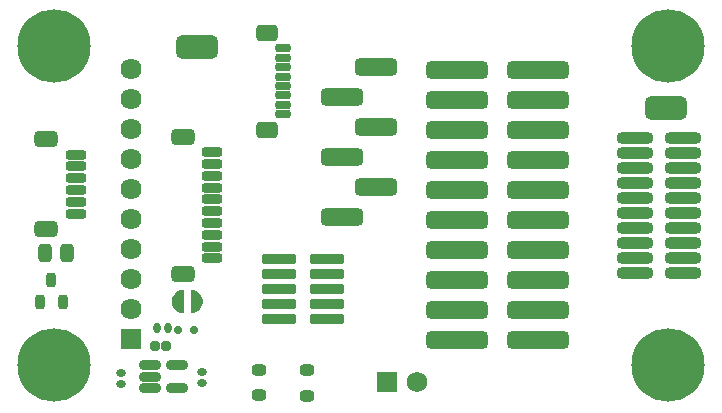
<source format=gts>
G04*
G04 #@! TF.GenerationSoftware,Altium Limited,Altium Designer,20.1.8 (145)*
G04*
G04 Layer_Color=8388736*
%FSLAX44Y44*%
%MOMM*%
G71*
G04*
G04 #@! TF.SameCoordinates,C9CF11F6-8CB7-4B33-927B-0983859D9422*
G04*
G04*
G04 #@! TF.FilePolarity,Negative*
G04*
G01*
G75*
%ADD23R,0.1000X0.1000*%
G04:AMPARAMS|DCode=37|XSize=0.9532mm|YSize=1.2032mm|CornerRadius=0.2816mm|HoleSize=0mm|Usage=FLASHONLY|Rotation=90.000|XOffset=0mm|YOffset=0mm|HoleType=Round|Shape=RoundedRectangle|*
%AMROUNDEDRECTD37*
21,1,0.9532,0.6400,0,0,90.0*
21,1,0.3900,1.2032,0,0,90.0*
1,1,0.5632,0.3200,0.1950*
1,1,0.5632,0.3200,-0.1950*
1,1,0.5632,-0.3200,-0.1950*
1,1,0.5632,-0.3200,0.1950*
%
%ADD37ROUNDEDRECTD37*%
G04:AMPARAMS|DCode=38|XSize=1.8132mm|YSize=0.7932mm|CornerRadius=0.2521mm|HoleSize=0mm|Usage=FLASHONLY|Rotation=0.000|XOffset=0mm|YOffset=0mm|HoleType=Round|Shape=RoundedRectangle|*
%AMROUNDEDRECTD38*
21,1,1.8132,0.2891,0,0,0.0*
21,1,1.3091,0.7932,0,0,0.0*
1,1,0.5041,0.6546,-0.1446*
1,1,0.5041,-0.6546,-0.1446*
1,1,0.5041,-0.6546,0.1446*
1,1,0.5041,0.6546,0.1446*
%
%ADD38ROUNDEDRECTD38*%
G04:AMPARAMS|DCode=39|XSize=1.2132mm|YSize=0.8132mm|CornerRadius=0.2511mm|HoleSize=0mm|Usage=FLASHONLY|Rotation=90.000|XOffset=0mm|YOffset=0mm|HoleType=Round|Shape=RoundedRectangle|*
%AMROUNDEDRECTD39*
21,1,1.2132,0.3111,0,0,90.0*
21,1,0.7111,0.8132,0,0,90.0*
1,1,0.5021,0.1556,0.3556*
1,1,0.5021,0.1556,-0.3556*
1,1,0.5021,-0.1556,-0.3556*
1,1,0.5021,-0.1556,0.3556*
%
%ADD39ROUNDEDRECTD39*%
G04:AMPARAMS|DCode=40|XSize=0.6832mm|YSize=0.6032mm|CornerRadius=0.2016mm|HoleSize=0mm|Usage=FLASHONLY|Rotation=0.000|XOffset=0mm|YOffset=0mm|HoleType=Round|Shape=RoundedRectangle|*
%AMROUNDEDRECTD40*
21,1,0.6832,0.2000,0,0,0.0*
21,1,0.2800,0.6032,0,0,0.0*
1,1,0.4032,0.1400,-0.1000*
1,1,0.4032,-0.1400,-0.1000*
1,1,0.4032,-0.1400,0.1000*
1,1,0.4032,0.1400,0.1000*
%
%ADD40ROUNDEDRECTD40*%
G04:AMPARAMS|DCode=41|XSize=1.4732mm|YSize=3.6322mm|CornerRadius=0.4191mm|HoleSize=0mm|Usage=FLASHONLY|Rotation=90.000|XOffset=0mm|YOffset=0mm|HoleType=Round|Shape=RoundedRectangle|*
%AMROUNDEDRECTD41*
21,1,1.4732,2.7940,0,0,90.0*
21,1,0.6350,3.6322,0,0,90.0*
1,1,0.8382,1.3970,0.3175*
1,1,0.8382,1.3970,-0.3175*
1,1,0.8382,-1.3970,-0.3175*
1,1,0.8382,-1.3970,0.3175*
%
%ADD41ROUNDEDRECTD41*%
G04:AMPARAMS|DCode=42|XSize=1.4732mm|YSize=5.2832mm|CornerRadius=0.4191mm|HoleSize=0mm|Usage=FLASHONLY|Rotation=90.000|XOffset=0mm|YOffset=0mm|HoleType=Round|Shape=RoundedRectangle|*
%AMROUNDEDRECTD42*
21,1,1.4732,4.4450,0,0,90.0*
21,1,0.6350,5.2832,0,0,90.0*
1,1,0.8382,2.2225,0.3175*
1,1,0.8382,2.2225,-0.3175*
1,1,0.8382,-2.2225,-0.3175*
1,1,0.8382,-2.2225,0.3175*
%
%ADD42ROUNDEDRECTD42*%
G04:AMPARAMS|DCode=43|XSize=0.9402mm|YSize=2.9972mm|CornerRadius=0.2858mm|HoleSize=0mm|Usage=FLASHONLY|Rotation=90.000|XOffset=0mm|YOffset=0mm|HoleType=Round|Shape=RoundedRectangle|*
%AMROUNDEDRECTD43*
21,1,0.9402,2.4255,0,0,90.0*
21,1,0.3685,2.9972,0,0,90.0*
1,1,0.5717,1.2128,0.1843*
1,1,0.5717,1.2128,-0.1843*
1,1,0.5717,-1.2128,-0.1843*
1,1,0.5717,-1.2128,0.1843*
%
%ADD43ROUNDEDRECTD43*%
G04:AMPARAMS|DCode=44|XSize=1.1932mm|YSize=1.5832mm|CornerRadius=0.3541mm|HoleSize=0mm|Usage=FLASHONLY|Rotation=0.000|XOffset=0mm|YOffset=0mm|HoleType=Round|Shape=RoundedRectangle|*
%AMROUNDEDRECTD44*
21,1,1.1932,0.8751,0,0,0.0*
21,1,0.4851,1.5832,0,0,0.0*
1,1,0.7081,0.2426,-0.4376*
1,1,0.7081,-0.2426,-0.4376*
1,1,0.7081,-0.2426,0.4376*
1,1,0.7081,0.2426,0.4376*
%
%ADD44ROUNDEDRECTD44*%
G04:AMPARAMS|DCode=45|XSize=0.6032mm|YSize=0.7832mm|CornerRadius=0.2016mm|HoleSize=0mm|Usage=FLASHONLY|Rotation=90.000|XOffset=0mm|YOffset=0mm|HoleType=Round|Shape=RoundedRectangle|*
%AMROUNDEDRECTD45*
21,1,0.6032,0.3800,0,0,90.0*
21,1,0.2000,0.7832,0,0,90.0*
1,1,0.4032,0.1900,0.1000*
1,1,0.4032,0.1900,-0.1000*
1,1,0.4032,-0.1900,-0.1000*
1,1,0.4032,-0.1900,0.1000*
%
%ADD45ROUNDEDRECTD45*%
G04:AMPARAMS|DCode=46|XSize=3.6032mm|YSize=2.0032mm|CornerRadius=0.5516mm|HoleSize=0mm|Usage=FLASHONLY|Rotation=180.000|XOffset=0mm|YOffset=0mm|HoleType=Round|Shape=RoundedRectangle|*
%AMROUNDEDRECTD46*
21,1,3.6032,0.9000,0,0,180.0*
21,1,2.5000,2.0032,0,0,180.0*
1,1,1.1032,-1.2500,0.4500*
1,1,1.1032,1.2500,0.4500*
1,1,1.1032,1.2500,-0.4500*
1,1,1.1032,-1.2500,-0.4500*
%
%ADD46ROUNDEDRECTD46*%
G04:AMPARAMS|DCode=47|XSize=0.8032mm|YSize=1.7532mm|CornerRadius=0.2516mm|HoleSize=0mm|Usage=FLASHONLY|Rotation=270.000|XOffset=0mm|YOffset=0mm|HoleType=Round|Shape=RoundedRectangle|*
%AMROUNDEDRECTD47*
21,1,0.8032,1.2500,0,0,270.0*
21,1,0.3000,1.7532,0,0,270.0*
1,1,0.5032,-0.6250,-0.1500*
1,1,0.5032,-0.6250,0.1500*
1,1,0.5032,0.6250,0.1500*
1,1,0.5032,0.6250,-0.1500*
%
%ADD47ROUNDEDRECTD47*%
G04:AMPARAMS|DCode=48|XSize=1.4032mm|YSize=2.0032mm|CornerRadius=0.4016mm|HoleSize=0mm|Usage=FLASHONLY|Rotation=270.000|XOffset=0mm|YOffset=0mm|HoleType=Round|Shape=RoundedRectangle|*
%AMROUNDEDRECTD48*
21,1,1.4032,1.2000,0,0,270.0*
21,1,0.6000,2.0032,0,0,270.0*
1,1,0.8032,-0.6000,-0.3000*
1,1,0.8032,-0.6000,0.3000*
1,1,0.8032,0.6000,0.3000*
1,1,0.8032,0.6000,-0.3000*
%
%ADD48ROUNDEDRECTD48*%
G04:AMPARAMS|DCode=49|XSize=1.4032mm|YSize=1.9032mm|CornerRadius=0.4016mm|HoleSize=0mm|Usage=FLASHONLY|Rotation=90.000|XOffset=0mm|YOffset=0mm|HoleType=Round|Shape=RoundedRectangle|*
%AMROUNDEDRECTD49*
21,1,1.4032,1.1000,0,0,90.0*
21,1,0.6000,1.9032,0,0,90.0*
1,1,0.8032,0.5500,0.3000*
1,1,0.8032,0.5500,-0.3000*
1,1,0.8032,-0.5500,-0.3000*
1,1,0.8032,-0.5500,0.3000*
%
%ADD49ROUNDEDRECTD49*%
G04:AMPARAMS|DCode=50|XSize=0.7032mm|YSize=1.3032mm|CornerRadius=0.2266mm|HoleSize=0mm|Usage=FLASHONLY|Rotation=90.000|XOffset=0mm|YOffset=0mm|HoleType=Round|Shape=RoundedRectangle|*
%AMROUNDEDRECTD50*
21,1,0.7032,0.8500,0,0,90.0*
21,1,0.2500,1.3032,0,0,90.0*
1,1,0.4532,0.4250,0.1250*
1,1,0.4532,0.4250,-0.1250*
1,1,0.4532,-0.4250,-0.1250*
1,1,0.4532,-0.4250,0.1250*
%
%ADD50ROUNDEDRECTD50*%
G04:AMPARAMS|DCode=51|XSize=2.8956mm|YSize=0.8382mm|CornerRadius=0.235mm|HoleSize=0mm|Usage=FLASHONLY|Rotation=180.000|XOffset=0mm|YOffset=0mm|HoleType=Round|Shape=RoundedRectangle|*
%AMROUNDEDRECTD51*
21,1,2.8956,0.3683,0,0,180.0*
21,1,2.4257,0.8382,0,0,180.0*
1,1,0.4699,-1.2129,0.1842*
1,1,0.4699,1.2129,0.1842*
1,1,0.4699,1.2129,-0.1842*
1,1,0.4699,-1.2129,-0.1842*
%
%ADD51ROUNDEDRECTD51*%
G04:AMPARAMS|DCode=52|XSize=0.8332mm|YSize=0.8132mm|CornerRadius=0.2511mm|HoleSize=0mm|Usage=FLASHONLY|Rotation=180.000|XOffset=0mm|YOffset=0mm|HoleType=Round|Shape=RoundedRectangle|*
%AMROUNDEDRECTD52*
21,1,0.8332,0.3111,0,0,180.0*
21,1,0.3311,0.8132,0,0,180.0*
1,1,0.5021,-0.1656,0.1556*
1,1,0.5021,0.1656,0.1556*
1,1,0.5021,0.1656,-0.1556*
1,1,0.5021,-0.1656,-0.1556*
%
%ADD52ROUNDEDRECTD52*%
G04:AMPARAMS|DCode=53|XSize=0.6032mm|YSize=0.7832mm|CornerRadius=0.2016mm|HoleSize=0mm|Usage=FLASHONLY|Rotation=180.000|XOffset=0mm|YOffset=0mm|HoleType=Round|Shape=RoundedRectangle|*
%AMROUNDEDRECTD53*
21,1,0.6032,0.3800,0,0,180.0*
21,1,0.2000,0.7832,0,0,180.0*
1,1,0.4032,-0.1000,0.1900*
1,1,0.4032,0.1000,0.1900*
1,1,0.4032,0.1000,-0.1900*
1,1,0.4032,-0.1000,-0.1900*
%
%ADD53ROUNDEDRECTD53*%
%ADD54C,1.7532*%
%ADD55R,1.7532X1.7532*%
%ADD56C,6.2032*%
%ADD57R,1.7932X1.7932*%
%ADD58C,1.7932*%
G36*
X149977Y83548D02*
X148992D01*
X147060Y83933D01*
X145240Y84686D01*
X143602Y85781D01*
X142209Y87174D01*
X141115Y88811D01*
X140361Y90631D01*
X139977Y92563D01*
Y93548D01*
Y94533D01*
X140361Y96465D01*
X141115Y98285D01*
X142209Y99923D01*
X143602Y101316D01*
X145240Y102410D01*
X147060Y103164D01*
X148992Y103548D01*
X149977D01*
Y83548D01*
D02*
G37*
G36*
X158894Y103164D02*
X160714Y102410D01*
X162352Y101316D01*
X163745Y99923D01*
X164839Y98285D01*
X165593Y96465D01*
X165977Y94533D01*
Y93548D01*
Y92563D01*
X165593Y90631D01*
X164839Y88811D01*
X163745Y87174D01*
X162352Y85781D01*
X160714Y84686D01*
X158894Y83933D01*
X156962Y83548D01*
X155977D01*
Y103548D01*
X156962D01*
X158894Y103164D01*
D02*
G37*
D23*
X162977Y93548D02*
D03*
X142977D02*
D03*
D37*
X254357Y35317D02*
D03*
X213857D02*
D03*
Y14067D02*
D03*
X254357Y13817D02*
D03*
D38*
X144337Y39500D02*
D03*
Y20500D02*
D03*
X121437D02*
D03*
Y30000D02*
D03*
Y39500D02*
D03*
D39*
X37993Y112128D02*
D03*
X47493Y93028D02*
D03*
X28493D02*
D03*
D40*
X158502Y69608D02*
D03*
X145302D02*
D03*
D41*
X313055Y292100D02*
D03*
X283845Y266700D02*
D03*
X313055Y241300D02*
D03*
X283845Y215900D02*
D03*
X313055Y190500D02*
D03*
X283845Y165100D02*
D03*
D42*
X380990Y289300D02*
D03*
X449590D02*
D03*
X380990Y263900D02*
D03*
X449590D02*
D03*
X380990Y238500D02*
D03*
X449590D02*
D03*
X380990Y213100D02*
D03*
X449590D02*
D03*
X380990Y187700D02*
D03*
X449590D02*
D03*
X380990Y162300D02*
D03*
X449590D02*
D03*
X380990Y136900D02*
D03*
X449590D02*
D03*
X380990Y111500D02*
D03*
X449590D02*
D03*
X380990Y86100D02*
D03*
X449590D02*
D03*
X380990Y60700D02*
D03*
X449590D02*
D03*
D43*
X531940Y232150D02*
D03*
X572660D02*
D03*
X531940Y219450D02*
D03*
X572660D02*
D03*
X531940Y206750D02*
D03*
X572660D02*
D03*
X531940Y194050D02*
D03*
X572660D02*
D03*
X531940Y181350D02*
D03*
X572660D02*
D03*
X531940Y168650D02*
D03*
X572660D02*
D03*
X531940Y155950D02*
D03*
X572660D02*
D03*
X531940Y143250D02*
D03*
X572660D02*
D03*
X531940Y130550D02*
D03*
X572660D02*
D03*
X531940Y117850D02*
D03*
X572660D02*
D03*
D44*
X51222Y134743D02*
D03*
X32922D02*
D03*
D45*
X96621Y32718D02*
D03*
Y23718D02*
D03*
X165708Y33786D02*
D03*
Y24786D02*
D03*
D46*
X558145Y257305D02*
D03*
X161449Y309050D02*
D03*
D47*
X174328Y220000D02*
D03*
Y210000D02*
D03*
Y200000D02*
D03*
Y190000D02*
D03*
Y180000D02*
D03*
Y170000D02*
D03*
Y160000D02*
D03*
Y150000D02*
D03*
Y140000D02*
D03*
Y130000D02*
D03*
X58390Y217976D02*
D03*
Y207976D02*
D03*
Y197976D02*
D03*
Y187976D02*
D03*
Y177976D02*
D03*
Y167976D02*
D03*
D48*
X149078Y233000D02*
D03*
Y117000D02*
D03*
X33140Y154976D02*
D03*
Y230976D02*
D03*
D49*
X220076Y321000D02*
D03*
Y239000D02*
D03*
D50*
X234076Y308000D02*
D03*
Y300000D02*
D03*
Y292000D02*
D03*
Y284000D02*
D03*
Y276000D02*
D03*
Y268000D02*
D03*
Y260000D02*
D03*
Y252000D02*
D03*
D51*
X230803Y129540D02*
D03*
X271443D02*
D03*
X230803Y116840D02*
D03*
X271443D02*
D03*
X230803Y104140D02*
D03*
X271443D02*
D03*
X230803Y91440D02*
D03*
X271443D02*
D03*
X230803Y78740D02*
D03*
X271443D02*
D03*
D52*
X125899Y56136D02*
D03*
X134899D02*
D03*
D53*
X127611Y71312D02*
D03*
X136611D02*
D03*
D54*
X347726Y25531D02*
D03*
D55*
X322326D02*
D03*
D56*
X40000Y40000D02*
D03*
Y310000D02*
D03*
X560000Y40000D02*
D03*
Y310000D02*
D03*
D57*
X105000Y61651D02*
D03*
D58*
Y87051D02*
D03*
Y112451D02*
D03*
Y137851D02*
D03*
Y163251D02*
D03*
Y188651D02*
D03*
Y214051D02*
D03*
Y239451D02*
D03*
Y264851D02*
D03*
Y290251D02*
D03*
M02*

</source>
